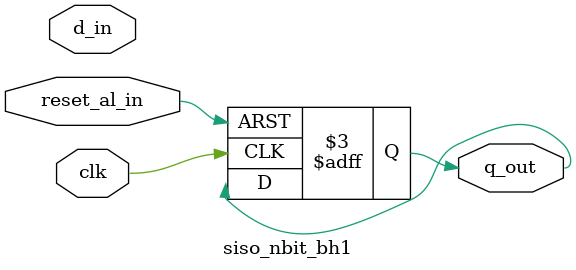
<source format=v>
module  siso_nbit_bh1 #(parameter N=4)(clk, reset_al_in, d_in, q_out);
input clk;
input reset_al_in;
input d_in;
output reg q_out;

integer i;
reg [N-2:0] temp_out;

always@(posedge clk, negedge reset_al_in) begin

	if(~ reset_al_in)
			{temp_out,q_out} <= 0;
	else begin
		q_out <= {temp_out[N-3:0],q_out};
		temp_out[N-2] <= d_in;
	end
end 
endmodule
</source>
